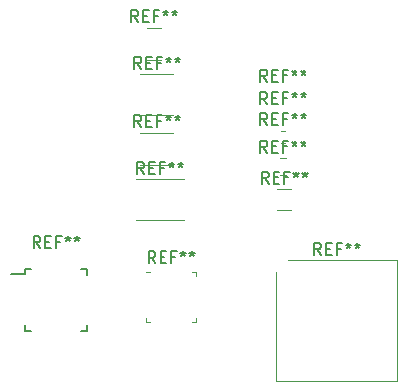
<source format=gbr>
G04 #@! TF.GenerationSoftware,KiCad,Pcbnew,5.0.2-bee76a0~70~ubuntu16.04.1*
G04 #@! TF.CreationDate,2019-03-15T14:41:41+08:00*
G04 #@! TF.ProjectId,noname,6e6f6e61-6d65-42e6-9b69-6361645f7063,rev?*
G04 #@! TF.SameCoordinates,Original*
G04 #@! TF.FileFunction,Legend,Top*
G04 #@! TF.FilePolarity,Positive*
%FSLAX46Y46*%
G04 Gerber Fmt 4.6, Leading zero omitted, Abs format (unit mm)*
G04 Created by KiCad (PCBNEW 5.0.2-bee76a0~70~ubuntu16.04.1) date Friday, 15 March, 2019 02:41:41 PM PST*
%MOMM*%
%LPD*%
G01*
G04 APERTURE LIST*
%ADD10C,0.120000*%
%ADD11C,0.150000*%
G04 APERTURE END LIST*
D10*
G04 #@! TO.C,REF\002A\002A*
X154969936Y-97684000D02*
X156174064Y-97684000D01*
X154969936Y-95864000D02*
X156174064Y-95864000D01*
X142981936Y-98484000D02*
X147086064Y-98484000D01*
X142981936Y-95064000D02*
X147086064Y-95064000D01*
X143377936Y-93816000D02*
X146182064Y-93816000D01*
X143377936Y-91096000D02*
X146182064Y-91096000D01*
X143393748Y-89594000D02*
X146166252Y-89594000D01*
X143393748Y-86174000D02*
X146166252Y-86174000D01*
X143923936Y-84926000D02*
X145128064Y-84926000D01*
X143923936Y-82206000D02*
X145128064Y-82206000D01*
X155189422Y-94690000D02*
X155706578Y-94690000D01*
X155189422Y-93270000D02*
X155706578Y-93270000D01*
X155285221Y-91950000D02*
X155610779Y-91950000D01*
X155285221Y-90930000D02*
X155610779Y-90930000D01*
D11*
X133625000Y-103050000D02*
X132400000Y-103050000D01*
X138875000Y-102625000D02*
X138365000Y-102625000D01*
X138875000Y-107875000D02*
X138365000Y-107875000D01*
X133625000Y-107875000D02*
X134135000Y-107875000D01*
X133625000Y-102625000D02*
X134135000Y-102625000D01*
X133625000Y-107875000D02*
X133625000Y-107365000D01*
X138875000Y-107875000D02*
X138875000Y-107365000D01*
X138875000Y-102625000D02*
X138875000Y-103135000D01*
X133625000Y-102625000D02*
X133625000Y-103050000D01*
D10*
X144240000Y-102890000D02*
X143890000Y-102890000D01*
X148110000Y-107110000D02*
X148110000Y-106760000D01*
X147760000Y-107110000D02*
X148110000Y-107110000D01*
X143890000Y-107110000D02*
X143890000Y-106760000D01*
X144240000Y-107110000D02*
X143890000Y-107110000D01*
X148110000Y-102890000D02*
X148110000Y-103240000D01*
X147760000Y-102890000D02*
X148110000Y-102890000D01*
X154875000Y-112125000D02*
X154875000Y-102875000D01*
X165125000Y-112125000D02*
X154875000Y-112125000D01*
X165125000Y-101875000D02*
X165125000Y-112125000D01*
X155875000Y-101875000D02*
X165125000Y-101875000D01*
D11*
X154238666Y-95406380D02*
X153905333Y-94930190D01*
X153667238Y-95406380D02*
X153667238Y-94406380D01*
X154048190Y-94406380D01*
X154143428Y-94454000D01*
X154191047Y-94501619D01*
X154238666Y-94596857D01*
X154238666Y-94739714D01*
X154191047Y-94834952D01*
X154143428Y-94882571D01*
X154048190Y-94930190D01*
X153667238Y-94930190D01*
X154667238Y-94882571D02*
X155000571Y-94882571D01*
X155143428Y-95406380D02*
X154667238Y-95406380D01*
X154667238Y-94406380D01*
X155143428Y-94406380D01*
X155905333Y-94882571D02*
X155572000Y-94882571D01*
X155572000Y-95406380D02*
X155572000Y-94406380D01*
X156048190Y-94406380D01*
X156572000Y-94406380D02*
X156572000Y-94644476D01*
X156333904Y-94549238D02*
X156572000Y-94644476D01*
X156810095Y-94549238D01*
X156429142Y-94834952D02*
X156572000Y-94644476D01*
X156714857Y-94834952D01*
X157333904Y-94406380D02*
X157333904Y-94644476D01*
X157095809Y-94549238D02*
X157333904Y-94644476D01*
X157572000Y-94549238D01*
X157191047Y-94834952D02*
X157333904Y-94644476D01*
X157476761Y-94834952D01*
X143700666Y-94606380D02*
X143367333Y-94130190D01*
X143129238Y-94606380D02*
X143129238Y-93606380D01*
X143510190Y-93606380D01*
X143605428Y-93654000D01*
X143653047Y-93701619D01*
X143700666Y-93796857D01*
X143700666Y-93939714D01*
X143653047Y-94034952D01*
X143605428Y-94082571D01*
X143510190Y-94130190D01*
X143129238Y-94130190D01*
X144129238Y-94082571D02*
X144462571Y-94082571D01*
X144605428Y-94606380D02*
X144129238Y-94606380D01*
X144129238Y-93606380D01*
X144605428Y-93606380D01*
X145367333Y-94082571D02*
X145034000Y-94082571D01*
X145034000Y-94606380D02*
X145034000Y-93606380D01*
X145510190Y-93606380D01*
X146034000Y-93606380D02*
X146034000Y-93844476D01*
X145795904Y-93749238D02*
X146034000Y-93844476D01*
X146272095Y-93749238D01*
X145891142Y-94034952D02*
X146034000Y-93844476D01*
X146176857Y-94034952D01*
X146795904Y-93606380D02*
X146795904Y-93844476D01*
X146557809Y-93749238D02*
X146795904Y-93844476D01*
X147034000Y-93749238D01*
X146653047Y-94034952D02*
X146795904Y-93844476D01*
X146938761Y-94034952D01*
X143446666Y-90628380D02*
X143113333Y-90152190D01*
X142875238Y-90628380D02*
X142875238Y-89628380D01*
X143256190Y-89628380D01*
X143351428Y-89676000D01*
X143399047Y-89723619D01*
X143446666Y-89818857D01*
X143446666Y-89961714D01*
X143399047Y-90056952D01*
X143351428Y-90104571D01*
X143256190Y-90152190D01*
X142875238Y-90152190D01*
X143875238Y-90104571D02*
X144208571Y-90104571D01*
X144351428Y-90628380D02*
X143875238Y-90628380D01*
X143875238Y-89628380D01*
X144351428Y-89628380D01*
X145113333Y-90104571D02*
X144780000Y-90104571D01*
X144780000Y-90628380D02*
X144780000Y-89628380D01*
X145256190Y-89628380D01*
X145780000Y-89628380D02*
X145780000Y-89866476D01*
X145541904Y-89771238D02*
X145780000Y-89866476D01*
X146018095Y-89771238D01*
X145637142Y-90056952D02*
X145780000Y-89866476D01*
X145922857Y-90056952D01*
X146541904Y-89628380D02*
X146541904Y-89866476D01*
X146303809Y-89771238D02*
X146541904Y-89866476D01*
X146780000Y-89771238D01*
X146399047Y-90056952D02*
X146541904Y-89866476D01*
X146684761Y-90056952D01*
X143446666Y-85686380D02*
X143113333Y-85210190D01*
X142875238Y-85686380D02*
X142875238Y-84686380D01*
X143256190Y-84686380D01*
X143351428Y-84734000D01*
X143399047Y-84781619D01*
X143446666Y-84876857D01*
X143446666Y-85019714D01*
X143399047Y-85114952D01*
X143351428Y-85162571D01*
X143256190Y-85210190D01*
X142875238Y-85210190D01*
X143875238Y-85162571D02*
X144208571Y-85162571D01*
X144351428Y-85686380D02*
X143875238Y-85686380D01*
X143875238Y-84686380D01*
X144351428Y-84686380D01*
X145113333Y-85162571D02*
X144780000Y-85162571D01*
X144780000Y-85686380D02*
X144780000Y-84686380D01*
X145256190Y-84686380D01*
X145780000Y-84686380D02*
X145780000Y-84924476D01*
X145541904Y-84829238D02*
X145780000Y-84924476D01*
X146018095Y-84829238D01*
X145637142Y-85114952D02*
X145780000Y-84924476D01*
X145922857Y-85114952D01*
X146541904Y-84686380D02*
X146541904Y-84924476D01*
X146303809Y-84829238D02*
X146541904Y-84924476D01*
X146780000Y-84829238D01*
X146399047Y-85114952D02*
X146541904Y-84924476D01*
X146684761Y-85114952D01*
X143192666Y-81738380D02*
X142859333Y-81262190D01*
X142621238Y-81738380D02*
X142621238Y-80738380D01*
X143002190Y-80738380D01*
X143097428Y-80786000D01*
X143145047Y-80833619D01*
X143192666Y-80928857D01*
X143192666Y-81071714D01*
X143145047Y-81166952D01*
X143097428Y-81214571D01*
X143002190Y-81262190D01*
X142621238Y-81262190D01*
X143621238Y-81214571D02*
X143954571Y-81214571D01*
X144097428Y-81738380D02*
X143621238Y-81738380D01*
X143621238Y-80738380D01*
X144097428Y-80738380D01*
X144859333Y-81214571D02*
X144526000Y-81214571D01*
X144526000Y-81738380D02*
X144526000Y-80738380D01*
X145002190Y-80738380D01*
X145526000Y-80738380D02*
X145526000Y-80976476D01*
X145287904Y-80881238D02*
X145526000Y-80976476D01*
X145764095Y-80881238D01*
X145383142Y-81166952D02*
X145526000Y-80976476D01*
X145668857Y-81166952D01*
X146287904Y-80738380D02*
X146287904Y-80976476D01*
X146049809Y-80881238D02*
X146287904Y-80976476D01*
X146526000Y-80881238D01*
X146145047Y-81166952D02*
X146287904Y-80976476D01*
X146430761Y-81166952D01*
X154114666Y-92782380D02*
X153781333Y-92306190D01*
X153543238Y-92782380D02*
X153543238Y-91782380D01*
X153924190Y-91782380D01*
X154019428Y-91830000D01*
X154067047Y-91877619D01*
X154114666Y-91972857D01*
X154114666Y-92115714D01*
X154067047Y-92210952D01*
X154019428Y-92258571D01*
X153924190Y-92306190D01*
X153543238Y-92306190D01*
X154543238Y-92258571D02*
X154876571Y-92258571D01*
X155019428Y-92782380D02*
X154543238Y-92782380D01*
X154543238Y-91782380D01*
X155019428Y-91782380D01*
X155781333Y-92258571D02*
X155448000Y-92258571D01*
X155448000Y-92782380D02*
X155448000Y-91782380D01*
X155924190Y-91782380D01*
X156448000Y-91782380D02*
X156448000Y-92020476D01*
X156209904Y-91925238D02*
X156448000Y-92020476D01*
X156686095Y-91925238D01*
X156305142Y-92210952D02*
X156448000Y-92020476D01*
X156590857Y-92210952D01*
X157209904Y-91782380D02*
X157209904Y-92020476D01*
X156971809Y-91925238D02*
X157209904Y-92020476D01*
X157448000Y-91925238D01*
X157067047Y-92210952D02*
X157209904Y-92020476D01*
X157352761Y-92210952D01*
X154114666Y-90462380D02*
X153781333Y-89986190D01*
X153543238Y-90462380D02*
X153543238Y-89462380D01*
X153924190Y-89462380D01*
X154019428Y-89510000D01*
X154067047Y-89557619D01*
X154114666Y-89652857D01*
X154114666Y-89795714D01*
X154067047Y-89890952D01*
X154019428Y-89938571D01*
X153924190Y-89986190D01*
X153543238Y-89986190D01*
X154543238Y-89938571D02*
X154876571Y-89938571D01*
X155019428Y-90462380D02*
X154543238Y-90462380D01*
X154543238Y-89462380D01*
X155019428Y-89462380D01*
X155781333Y-89938571D02*
X155448000Y-89938571D01*
X155448000Y-90462380D02*
X155448000Y-89462380D01*
X155924190Y-89462380D01*
X156448000Y-89462380D02*
X156448000Y-89700476D01*
X156209904Y-89605238D02*
X156448000Y-89700476D01*
X156686095Y-89605238D01*
X156305142Y-89890952D02*
X156448000Y-89700476D01*
X156590857Y-89890952D01*
X157209904Y-89462380D02*
X157209904Y-89700476D01*
X156971809Y-89605238D02*
X157209904Y-89700476D01*
X157448000Y-89605238D01*
X157067047Y-89890952D02*
X157209904Y-89700476D01*
X157352761Y-89890952D01*
X154114666Y-88690380D02*
X153781333Y-88214190D01*
X153543238Y-88690380D02*
X153543238Y-87690380D01*
X153924190Y-87690380D01*
X154019428Y-87738000D01*
X154067047Y-87785619D01*
X154114666Y-87880857D01*
X154114666Y-88023714D01*
X154067047Y-88118952D01*
X154019428Y-88166571D01*
X153924190Y-88214190D01*
X153543238Y-88214190D01*
X154543238Y-88166571D02*
X154876571Y-88166571D01*
X155019428Y-88690380D02*
X154543238Y-88690380D01*
X154543238Y-87690380D01*
X155019428Y-87690380D01*
X155781333Y-88166571D02*
X155448000Y-88166571D01*
X155448000Y-88690380D02*
X155448000Y-87690380D01*
X155924190Y-87690380D01*
X156448000Y-87690380D02*
X156448000Y-87928476D01*
X156209904Y-87833238D02*
X156448000Y-87928476D01*
X156686095Y-87833238D01*
X156305142Y-88118952D02*
X156448000Y-87928476D01*
X156590857Y-88118952D01*
X157209904Y-87690380D02*
X157209904Y-87928476D01*
X156971809Y-87833238D02*
X157209904Y-87928476D01*
X157448000Y-87833238D01*
X157067047Y-88118952D02*
X157209904Y-87928476D01*
X157352761Y-88118952D01*
X154114666Y-86778380D02*
X153781333Y-86302190D01*
X153543238Y-86778380D02*
X153543238Y-85778380D01*
X153924190Y-85778380D01*
X154019428Y-85826000D01*
X154067047Y-85873619D01*
X154114666Y-85968857D01*
X154114666Y-86111714D01*
X154067047Y-86206952D01*
X154019428Y-86254571D01*
X153924190Y-86302190D01*
X153543238Y-86302190D01*
X154543238Y-86254571D02*
X154876571Y-86254571D01*
X155019428Y-86778380D02*
X154543238Y-86778380D01*
X154543238Y-85778380D01*
X155019428Y-85778380D01*
X155781333Y-86254571D02*
X155448000Y-86254571D01*
X155448000Y-86778380D02*
X155448000Y-85778380D01*
X155924190Y-85778380D01*
X156448000Y-85778380D02*
X156448000Y-86016476D01*
X156209904Y-85921238D02*
X156448000Y-86016476D01*
X156686095Y-85921238D01*
X156305142Y-86206952D02*
X156448000Y-86016476D01*
X156590857Y-86206952D01*
X157209904Y-85778380D02*
X157209904Y-86016476D01*
X156971809Y-85921238D02*
X157209904Y-86016476D01*
X157448000Y-85921238D01*
X157067047Y-86206952D02*
X157209904Y-86016476D01*
X157352761Y-86206952D01*
X134916666Y-100852380D02*
X134583333Y-100376190D01*
X134345238Y-100852380D02*
X134345238Y-99852380D01*
X134726190Y-99852380D01*
X134821428Y-99900000D01*
X134869047Y-99947619D01*
X134916666Y-100042857D01*
X134916666Y-100185714D01*
X134869047Y-100280952D01*
X134821428Y-100328571D01*
X134726190Y-100376190D01*
X134345238Y-100376190D01*
X135345238Y-100328571D02*
X135678571Y-100328571D01*
X135821428Y-100852380D02*
X135345238Y-100852380D01*
X135345238Y-99852380D01*
X135821428Y-99852380D01*
X136583333Y-100328571D02*
X136250000Y-100328571D01*
X136250000Y-100852380D02*
X136250000Y-99852380D01*
X136726190Y-99852380D01*
X137250000Y-99852380D02*
X137250000Y-100090476D01*
X137011904Y-99995238D02*
X137250000Y-100090476D01*
X137488095Y-99995238D01*
X137107142Y-100280952D02*
X137250000Y-100090476D01*
X137392857Y-100280952D01*
X138011904Y-99852380D02*
X138011904Y-100090476D01*
X137773809Y-99995238D02*
X138011904Y-100090476D01*
X138250000Y-99995238D01*
X137869047Y-100280952D02*
X138011904Y-100090476D01*
X138154761Y-100280952D01*
X144666666Y-102152380D02*
X144333333Y-101676190D01*
X144095238Y-102152380D02*
X144095238Y-101152380D01*
X144476190Y-101152380D01*
X144571428Y-101200000D01*
X144619047Y-101247619D01*
X144666666Y-101342857D01*
X144666666Y-101485714D01*
X144619047Y-101580952D01*
X144571428Y-101628571D01*
X144476190Y-101676190D01*
X144095238Y-101676190D01*
X145095238Y-101628571D02*
X145428571Y-101628571D01*
X145571428Y-102152380D02*
X145095238Y-102152380D01*
X145095238Y-101152380D01*
X145571428Y-101152380D01*
X146333333Y-101628571D02*
X146000000Y-101628571D01*
X146000000Y-102152380D02*
X146000000Y-101152380D01*
X146476190Y-101152380D01*
X147000000Y-101152380D02*
X147000000Y-101390476D01*
X146761904Y-101295238D02*
X147000000Y-101390476D01*
X147238095Y-101295238D01*
X146857142Y-101580952D02*
X147000000Y-101390476D01*
X147142857Y-101580952D01*
X147761904Y-101152380D02*
X147761904Y-101390476D01*
X147523809Y-101295238D02*
X147761904Y-101390476D01*
X148000000Y-101295238D01*
X147619047Y-101580952D02*
X147761904Y-101390476D01*
X147904761Y-101580952D01*
X158666666Y-101452380D02*
X158333333Y-100976190D01*
X158095238Y-101452380D02*
X158095238Y-100452380D01*
X158476190Y-100452380D01*
X158571428Y-100500000D01*
X158619047Y-100547619D01*
X158666666Y-100642857D01*
X158666666Y-100785714D01*
X158619047Y-100880952D01*
X158571428Y-100928571D01*
X158476190Y-100976190D01*
X158095238Y-100976190D01*
X159095238Y-100928571D02*
X159428571Y-100928571D01*
X159571428Y-101452380D02*
X159095238Y-101452380D01*
X159095238Y-100452380D01*
X159571428Y-100452380D01*
X160333333Y-100928571D02*
X160000000Y-100928571D01*
X160000000Y-101452380D02*
X160000000Y-100452380D01*
X160476190Y-100452380D01*
X161000000Y-100452380D02*
X161000000Y-100690476D01*
X160761904Y-100595238D02*
X161000000Y-100690476D01*
X161238095Y-100595238D01*
X160857142Y-100880952D02*
X161000000Y-100690476D01*
X161142857Y-100880952D01*
X161761904Y-100452380D02*
X161761904Y-100690476D01*
X161523809Y-100595238D02*
X161761904Y-100690476D01*
X162000000Y-100595238D01*
X161619047Y-100880952D02*
X161761904Y-100690476D01*
X161904761Y-100880952D01*
G04 #@! TD*
M02*

</source>
